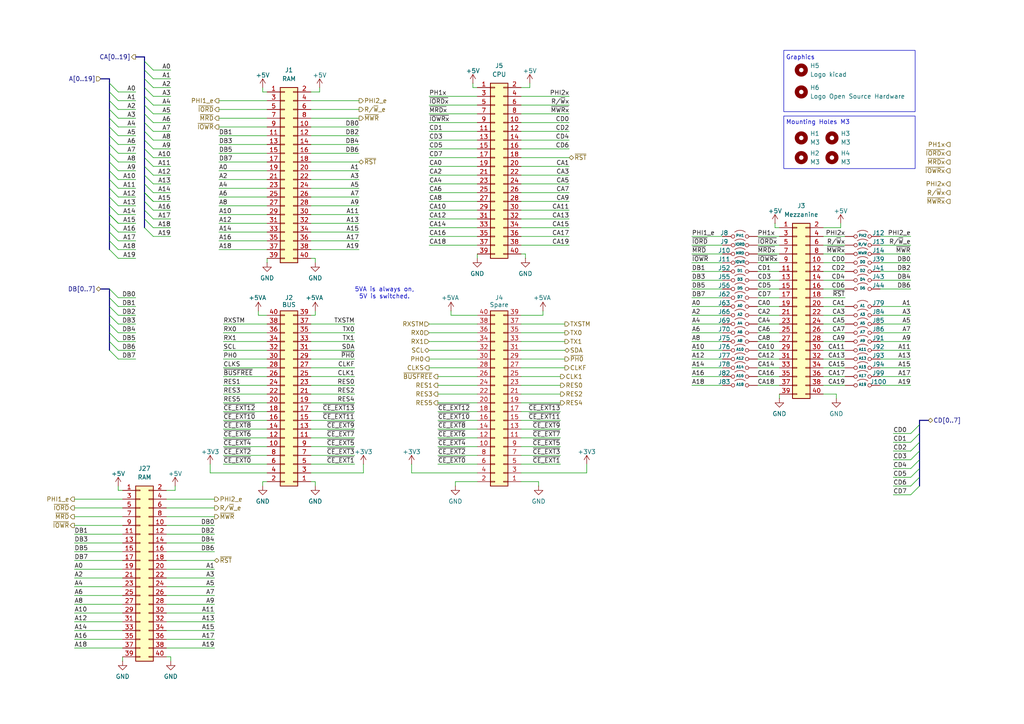
<source format=kicad_sch>
(kicad_sch (version 20231120) (generator "eeschema") (generator_version "8.0")
  (paper "A4")
  (title_block (title "Unicomp v3 - Bus") (date "2024-10-01") (rev "v1.0") (company "100% Offner") (comment 1 "v1.0: Initial"))
  (bus_entry (at 41.91 45.72) (size 2.54 2.54))
  (bus_entry (at 31.75 57.15) (size 2.54 2.54))
  (bus_entry (at 31.75 49.53) (size 2.54 2.54))
  (bus_entry (at 31.75 34.29) (size 2.54 2.54))
  (bus_entry (at 41.91 50.8) (size 2.54 2.54))
  (bus_entry (at 41.91 58.42) (size 2.54 2.54))
  (bus_entry (at 31.75 62.23) (size 2.54 2.54))
  (bus_entry (at 31.75 72.39) (size 2.54 2.54))
  (bus_entry (at 31.75 91.44) (size 2.54 2.54))
  (bus_entry (at 31.75 83.82) (size 2.54 2.54))
  (bus_entry (at 31.75 99.06) (size 2.54 2.54))
  (bus_entry (at 41.91 27.94) (size 2.54 2.54))
  (bus_entry (at 266.7 138.43) (size -2.54 2.54))
  (bus_entry (at 41.91 17.78) (size 2.54 2.54))
  (bus_entry (at 41.91 33.02) (size 2.54 2.54))
  (bus_entry (at 31.75 36.83) (size 2.54 2.54))
  (bus_entry (at 31.75 24.13) (size 2.54 2.54))
  (bus_entry (at 41.91 55.88) (size 2.54 2.54))
  (bus_entry (at 31.75 67.31) (size 2.54 2.54))
  (bus_entry (at 266.7 128.27) (size -2.54 2.54))
  (bus_entry (at 31.75 54.61) (size 2.54 2.54))
  (bus_entry (at 31.75 44.45) (size 2.54 2.54))
  (bus_entry (at 31.75 86.36) (size 2.54 2.54))
  (bus_entry (at 41.91 55.88) (size 2.54 2.54))
  (bus_entry (at 31.75 41.91) (size 2.54 2.54))
  (bus_entry (at 266.7 140.97) (size -2.54 2.54))
  (bus_entry (at 31.75 46.99) (size 2.54 2.54))
  (bus_entry (at 31.75 39.37) (size 2.54 2.54))
  (bus_entry (at 31.75 31.75) (size 2.54 2.54))
  (bus_entry (at 266.7 130.81) (size -2.54 2.54))
  (bus_entry (at 31.75 29.21) (size 2.54 2.54))
  (bus_entry (at 41.91 60.96) (size 2.54 2.54))
  (bus_entry (at 41.91 53.34) (size 2.54 2.54))
  (bus_entry (at 41.91 66.04) (size 2.54 2.54))
  (bus_entry (at 266.7 125.73) (size -2.54 2.54))
  (bus_entry (at 41.91 22.86) (size 2.54 2.54))
  (bus_entry (at 31.75 96.52) (size 2.54 2.54))
  (bus_entry (at 41.91 25.4) (size 2.54 2.54))
  (bus_entry (at 31.75 26.67) (size 2.54 2.54))
  (bus_entry (at 266.7 135.89) (size -2.54 2.54))
  (bus_entry (at 31.75 88.9) (size 2.54 2.54))
  (bus_entry (at 41.91 48.26) (size 2.54 2.54))
  (bus_entry (at 31.75 52.07) (size 2.54 2.54))
  (bus_entry (at 41.91 43.18) (size 2.54 2.54))
  (bus_entry (at 31.75 62.23) (size 2.54 2.54))
  (bus_entry (at 31.75 69.85) (size 2.54 2.54))
  (bus_entry (at 41.91 40.64) (size 2.54 2.54))
  (bus_entry (at 31.75 59.69) (size 2.54 2.54))
  (bus_entry (at 41.91 38.1) (size 2.54 2.54))
  (bus_entry (at 41.91 20.32) (size 2.54 2.54))
  (bus_entry (at 41.91 35.56) (size 2.54 2.54))
  (bus_entry (at 31.75 93.98) (size 2.54 2.54))
  (bus_entry (at 41.91 63.5) (size 2.54 2.54))
  (bus_entry (at 266.7 133.35) (size -2.54 2.54))
  (bus_entry (at 266.7 123.19) (size -2.54 2.54))
  (bus_entry (at 31.75 64.77) (size 2.54 2.54))
  (bus_entry (at 31.75 101.6) (size 2.54 2.54))
  (bus_entry (at 41.91 30.48) (size 2.54 2.54))
  (wire (pts (xy 219.71 76.2) (xy 226.06 76.2)))
  (wire (pts (xy 151.13 38.1) (xy 165.1 38.1)))
  (bus (pts (xy 41.91 40.64) (xy 41.91 38.1)))
  (wire (pts (xy 49.53 43.18) (xy 44.45 43.18)))
  (wire (pts (xy 137.16 25.4) (xy 138.43 25.4)))
  (wire (pts (xy 39.37 91.44) (xy 34.29 91.44)))
  (wire (pts (xy 219.71 81.28) (xy 226.06 81.28)))
  (wire (pts (xy 21.59 167.64) (xy 35.56 167.64)))
  (wire (pts (xy 124.46 40.64) (xy 138.43 40.64)))
  (bus (pts (xy 31.75 91.44) (xy 31.75 88.9)))
  (bus (pts (xy 266.7 123.19) (xy 266.7 125.73)))
  (wire (pts (xy 152.4 74.93) (xy 152.4 73.66)))
  (bus (pts (xy 41.91 30.48) (xy 41.91 27.94)))
  (wire (pts (xy 200.66 71.12) (xy 209.55 71.12)))
  (wire (pts (xy 200.66 88.9) (xy 209.55 88.9)))
  (wire (pts (xy 151.13 33.02) (xy 165.1 33.02)))
  (bus (pts (xy 41.91 48.26) (xy 41.91 45.72)))
  (bus (pts (xy 31.75 31.75) (xy 31.75 29.21)))
  (wire (pts (xy 91.44 74.93) (xy 90.17 74.93)))
  (wire (pts (xy 151.13 43.18) (xy 165.1 43.18)))
  (wire (pts (xy 151.13 116.84) (xy 162.56 116.84)))
  (wire (pts (xy 219.71 83.82) (xy 226.06 83.82)))
  (wire (pts (xy 63.5 29.21) (xy 77.47 29.21)))
  (wire (pts (xy 49.53 53.34) (xy 44.45 53.34)))
  (wire (pts (xy 238.76 96.52) (xy 245.11 96.52)))
  (wire (pts (xy 91.44 90.17) (xy 91.44 91.44)))
  (wire (pts (xy 156.21 139.7) (xy 151.13 139.7)))
  (wire (pts (xy 39.37 104.14) (xy 34.29 104.14)))
  (wire (pts (xy 21.59 147.32) (xy 35.56 147.32)))
  (wire (pts (xy 90.17 99.06) (xy 102.87 99.06)))
  (wire (pts (xy 48.26 177.8) (xy 62.23 177.8)))
  (wire (pts (xy 170.18 134.62) (xy 170.18 137.16)))
  (wire (pts (xy 219.71 78.74) (xy 226.06 78.74)))
  (bus (pts (xy 41.91 63.5) (xy 41.91 60.96)))
  (wire (pts (xy 63.5 64.77) (xy 77.47 64.77)))
  (wire (pts (xy 21.59 182.88) (xy 35.56 182.88)))
  (wire (pts (xy 130.81 90.17) (xy 130.81 91.44)))
  (wire (pts (xy 64.77 134.62) (xy 77.47 134.62)))
  (wire (pts (xy 238.76 104.14) (xy 245.11 104.14)))
  (wire (pts (xy 238.76 109.22) (xy 245.11 109.22)))
  (wire (pts (xy 49.53 40.64) (xy 44.45 40.64)))
  (wire (pts (xy 34.29 142.24) (xy 35.56 142.24)))
  (wire (pts (xy 49.53 33.02) (xy 44.45 33.02)))
  (wire (pts (xy 48.26 160.02) (xy 62.23 160.02)))
  (wire (pts (xy 64.77 121.92) (xy 77.47 121.92)))
  (wire (pts (xy 151.13 129.54) (xy 162.56 129.54)))
  (wire (pts (xy 50.8 140.97) (xy 50.8 142.24)))
  (wire (pts (xy 124.46 53.34) (xy 138.43 53.34)))
  (wire (pts (xy 127 111.76) (xy 138.43 111.76)))
  (wire (pts (xy 90.17 64.77) (xy 104.14 64.77)))
  (wire (pts (xy 124.46 35.56) (xy 138.43 35.56)))
  (wire (pts (xy 124.46 71.12) (xy 138.43 71.12)))
  (wire (pts (xy 243.84 66.04) (xy 238.76 66.04)))
  (wire (pts (xy 39.37 69.85) (xy 34.29 69.85)))
  (wire (pts (xy 91.44 76.2) (xy 91.44 74.93)))
  (wire (pts (xy 151.13 99.06) (xy 163.83 99.06)))
  (wire (pts (xy 90.17 59.69) (xy 104.14 59.69)))
  (bus (pts (xy 266.7 133.35) (xy 266.7 135.89)))
  (wire (pts (xy 21.59 185.42) (xy 35.56 185.42)))
  (wire (pts (xy 127 127) (xy 138.43 127)))
  (wire (pts (xy 200.66 111.76) (xy 209.55 111.76)))
  (bus (pts (xy 41.91 58.42) (xy 41.91 55.88)))
  (wire (pts (xy 48.26 167.64) (xy 62.23 167.64)))
  (wire (pts (xy 264.16 73.66) (xy 255.27 73.66)))
  (wire (pts (xy 130.81 91.44) (xy 138.43 91.44)))
  (wire (pts (xy 63.5 36.83) (xy 77.47 36.83)))
  (wire (pts (xy 151.13 58.42) (xy 165.1 58.42)))
  (wire (pts (xy 63.5 39.37) (xy 77.47 39.37)))
  (bus (pts (xy 41.91 38.1) (xy 41.91 35.56)))
  (bus (pts (xy 266.7 121.92) (xy 266.7 123.19)))
  (wire (pts (xy 90.17 116.84) (xy 102.87 116.84)))
  (bus (pts (xy 41.91 33.02) (xy 41.91 30.48)))
  (wire (pts (xy 157.48 90.17) (xy 157.48 91.44)))
  (wire (pts (xy 48.26 149.86) (xy 62.23 149.86)))
  (wire (pts (xy 219.71 109.22) (xy 226.06 109.22)))
  (wire (pts (xy 60.96 137.16) (xy 77.47 137.16)))
  (bus (pts (xy 41.91 45.72) (xy 41.91 43.18)))
  (bus (pts (xy 41.91 55.88) (xy 41.91 53.34)))
  (wire (pts (xy 242.57 115.57) (xy 242.57 114.3)))
  (wire (pts (xy 151.13 127) (xy 162.56 127)))
  (bus (pts (xy 31.75 99.06) (xy 31.75 96.52)))
  (wire (pts (xy 124.46 68.58) (xy 138.43 68.58)))
  (wire (pts (xy 153.67 24.13) (xy 153.67 25.4)))
  (wire (pts (xy 200.66 96.52) (xy 209.55 96.52)))
  (bus (pts (xy 31.75 88.9) (xy 31.75 86.36)))
  (wire (pts (xy 200.66 99.06) (xy 209.55 99.06)))
  (wire (pts (xy 219.71 86.36) (xy 226.06 86.36)))
  (wire (pts (xy 264.16 93.98) (xy 255.27 93.98)))
  (wire (pts (xy 76.2 25.4) (xy 76.2 26.67)))
  (wire (pts (xy 259.08 128.27) (xy 264.16 128.27)))
  (wire (pts (xy 48.26 157.48) (xy 62.23 157.48)))
  (wire (pts (xy 124.46 38.1) (xy 138.43 38.1)))
  (wire (pts (xy 151.13 40.64) (xy 165.1 40.64)))
  (wire (pts (xy 49.53 191.77) (xy 49.53 190.5)))
  (wire (pts (xy 264.16 91.44) (xy 255.27 91.44)))
  (wire (pts (xy 151.13 63.5) (xy 165.1 63.5)))
  (wire (pts (xy 39.37 36.83) (xy 34.29 36.83)))
  (wire (pts (xy 39.37 57.15) (xy 34.29 57.15)))
  (wire (pts (xy 74.93 91.44) (xy 77.47 91.44)))
  (bus (pts (xy 31.75 64.77) (xy 31.75 62.23)))
  (wire (pts (xy 39.37 62.23) (xy 34.29 62.23)))
  (wire (pts (xy 64.77 99.06) (xy 77.47 99.06)))
  (wire (pts (xy 243.84 64.77) (xy 243.84 66.04)))
  (wire (pts (xy 219.71 96.52) (xy 226.06 96.52)))
  (wire (pts (xy 39.37 52.07) (xy 34.29 52.07)))
  (wire (pts (xy 90.17 36.83) (xy 104.14 36.83)))
  (wire (pts (xy 200.66 109.22) (xy 209.55 109.22)))
  (wire (pts (xy 200.66 81.28) (xy 209.55 81.28)))
  (wire (pts (xy 259.08 135.89) (xy 264.16 135.89)))
  (wire (pts (xy 138.43 74.93) (xy 138.43 73.66)))
  (wire (pts (xy 39.37 49.53) (xy 34.29 49.53)))
  (bus (pts (xy 31.75 44.45) (xy 31.75 41.91)))
  (wire (pts (xy 92.71 25.4) (xy 92.71 26.67)))
  (bus (pts (xy 41.91 16.51) (xy 39.37 16.51)))
  (wire (pts (xy 48.26 170.18) (xy 62.23 170.18)))
  (wire (pts (xy 90.17 31.75) (xy 104.14 31.75)))
  (wire (pts (xy 21.59 180.34) (xy 35.56 180.34)))
  (wire (pts (xy 64.77 124.46) (xy 77.47 124.46)))
  (bus (pts (xy 31.75 86.36) (xy 31.75 83.82)))
  (wire (pts (xy 64.77 106.68) (xy 77.47 106.68)))
  (wire (pts (xy 39.37 88.9) (xy 34.29 88.9)))
  (wire (pts (xy 64.77 101.6) (xy 77.47 101.6)))
  (wire (pts (xy 151.13 27.94) (xy 165.1 27.94)))
  (wire (pts (xy 64.77 114.3) (xy 77.47 114.3)))
  (bus (pts (xy 31.75 69.85) (xy 31.75 67.31)))
  (wire (pts (xy 39.37 46.99) (xy 34.29 46.99)))
  (wire (pts (xy 219.71 99.06) (xy 226.06 99.06)))
  (wire (pts (xy 39.37 96.52) (xy 34.29 96.52)))
  (wire (pts (xy 64.77 129.54) (xy 77.47 129.54)))
  (wire (pts (xy 39.37 39.37) (xy 34.29 39.37)))
  (wire (pts (xy 264.16 104.14) (xy 255.27 104.14)))
  (wire (pts (xy 219.71 91.44) (xy 226.06 91.44)))
  (wire (pts (xy 39.37 34.29) (xy 34.29 34.29)))
  (wire (pts (xy 63.5 31.75) (xy 77.47 31.75)))
  (wire (pts (xy 48.26 144.78) (xy 62.23 144.78)))
  (bus (pts (xy 266.7 130.81) (xy 266.7 133.35)))
  (wire (pts (xy 127 116.84) (xy 138.43 116.84)))
  (wire (pts (xy 151.13 55.88) (xy 165.1 55.88)))
  (wire (pts (xy 151.13 124.46) (xy 162.56 124.46)))
  (wire (pts (xy 124.46 43.18) (xy 138.43 43.18)))
  (wire (pts (xy 224.79 66.04) (xy 226.06 66.04)))
  (wire (pts (xy 152.4 73.66) (xy 151.13 73.66)))
  (wire (pts (xy 151.13 101.6) (xy 163.83 101.6)))
  (wire (pts (xy 264.16 101.6) (xy 255.27 101.6)))
  (bus (pts (xy 31.75 39.37) (xy 31.75 36.83)))
  (wire (pts (xy 63.5 52.07) (xy 77.47 52.07)))
  (wire (pts (xy 48.26 175.26) (xy 62.23 175.26)))
  (wire (pts (xy 151.13 48.26) (xy 165.1 48.26)))
  (wire (pts (xy 90.17 134.62) (xy 102.87 134.62)))
  (bus (pts (xy 31.75 93.98) (xy 31.75 91.44)))
  (wire (pts (xy 39.37 44.45) (xy 34.29 44.45)))
  (wire (pts (xy 157.48 91.44) (xy 151.13 91.44)))
  (wire (pts (xy 21.59 170.18) (xy 35.56 170.18)))
  (wire (pts (xy 34.29 140.97) (xy 34.29 142.24)))
  (wire (pts (xy 127 114.3) (xy 138.43 114.3)))
  (wire (pts (xy 124.46 106.68) (xy 138.43 106.68)))
  (wire (pts (xy 77.47 76.2) (xy 77.47 74.93)))
  (wire (pts (xy 63.5 72.39) (xy 77.47 72.39)))
  (wire (pts (xy 151.13 109.22) (xy 162.56 109.22)))
  (wire (pts (xy 259.08 125.73) (xy 264.16 125.73)))
  (wire (pts (xy 90.17 69.85) (xy 104.14 69.85)))
  (wire (pts (xy 63.5 62.23) (xy 77.47 62.23)))
  (wire (pts (xy 127 119.38) (xy 138.43 119.38)))
  (wire (pts (xy 200.66 73.66) (xy 209.55 73.66)))
  (wire (pts (xy 63.5 59.69) (xy 77.47 59.69)))
  (wire (pts (xy 50.8 142.24) (xy 48.26 142.24)))
  (wire (pts (xy 219.71 73.66) (xy 226.06 73.66)))
  (wire (pts (xy 49.53 20.32) (xy 44.45 20.32)))
  (wire (pts (xy 151.13 50.8) (xy 165.1 50.8)))
  (wire (pts (xy 264.16 111.76) (xy 255.27 111.76)))
  (wire (pts (xy 90.17 57.15) (xy 104.14 57.15)))
  (wire (pts (xy 49.53 66.04) (xy 44.45 66.04)))
  (wire (pts (xy 91.44 91.44) (xy 90.17 91.44)))
  (wire (pts (xy 124.46 45.72) (xy 138.43 45.72)))
  (wire (pts (xy 151.13 30.48) (xy 165.1 30.48)))
  (wire (pts (xy 151.13 68.58) (xy 165.1 68.58)))
  (wire (pts (xy 219.71 101.6) (xy 226.06 101.6)))
  (bus (pts (xy 31.75 52.07) (xy 31.75 49.53)))
  (wire (pts (xy 49.53 25.4) (xy 44.45 25.4)))
  (wire (pts (xy 48.26 182.88) (xy 62.23 182.88)))
  (bus (pts (xy 31.75 54.61) (xy 31.75 52.07)))
  (wire (pts (xy 39.37 64.77) (xy 34.29 64.77)))
  (bus (pts (xy 41.91 35.56) (xy 41.91 33.02)))
  (wire (pts (xy 238.76 101.6) (xy 245.11 101.6)))
  (bus (pts (xy 31.75 72.39) (xy 31.75 69.85)))
  (wire (pts (xy 124.46 48.26) (xy 138.43 48.26)))
  (wire (pts (xy 238.76 106.68) (xy 245.11 106.68)))
  (wire (pts (xy 219.71 68.58) (xy 226.06 68.58)))
  (wire (pts (xy 151.13 132.08) (xy 162.56 132.08)))
  (wire (pts (xy 119.38 137.16) (xy 138.43 137.16)))
  (wire (pts (xy 151.13 96.52) (xy 163.83 96.52)))
  (wire (pts (xy 63.5 54.61) (xy 77.47 54.61)))
  (bus (pts (xy 31.75 49.53) (xy 31.75 46.99)))
  (wire (pts (xy 200.66 78.74) (xy 209.55 78.74)))
  (wire (pts (xy 76.2 140.97) (xy 76.2 139.7)))
  (wire (pts (xy 156.21 140.97) (xy 156.21 139.7)))
  (wire (pts (xy 39.37 99.06) (xy 34.29 99.06)))
  (wire (pts (xy 264.16 68.58) (xy 255.27 68.58)))
  (wire (pts (xy 91.44 140.97) (xy 91.44 139.7)))
  (bus (pts (xy 31.75 29.21) (xy 31.75 26.67)))
  (wire (pts (xy 219.71 106.68) (xy 226.06 106.68)))
  (wire (pts (xy 238.76 88.9) (xy 245.11 88.9)))
  (wire (pts (xy 39.37 86.36) (xy 34.29 86.36)))
  (bus (pts (xy 31.75 83.82) (xy 29.21 83.82)))
  (wire (pts (xy 127 121.92) (xy 138.43 121.92)))
  (wire (pts (xy 127 129.54) (xy 138.43 129.54)))
  (wire (pts (xy 48.26 180.34) (xy 62.23 180.34)))
  (wire (pts (xy 21.59 157.48) (xy 35.56 157.48)))
  (wire (pts (xy 264.16 71.12) (xy 255.27 71.12)))
  (bus (pts (xy 266.7 125.73) (xy 266.7 128.27)))
  (wire (pts (xy 63.5 34.29) (xy 77.47 34.29)))
  (wire (pts (xy 238.76 73.66) (xy 245.11 73.66)))
  (wire (pts (xy 200.66 91.44) (xy 209.55 91.44)))
  (wire (pts (xy 124.46 66.04) (xy 138.43 66.04)))
  (wire (pts (xy 151.13 66.04) (xy 165.1 66.04)))
  (wire (pts (xy 264.16 96.52) (xy 255.27 96.52)))
  (wire (pts (xy 63.5 46.99) (xy 77.47 46.99)))
  (wire (pts (xy 90.17 106.68) (xy 102.87 106.68)))
  (wire (pts (xy 238.76 68.58) (xy 245.11 68.58)))
  (wire (pts (xy 124.46 60.96) (xy 138.43 60.96)))
  (wire (pts (xy 76.2 26.67) (xy 77.47 26.67)))
  (wire (pts (xy 90.17 114.3) (xy 102.87 114.3)))
  (wire (pts (xy 226.06 115.57) (xy 226.06 114.3)))
  (wire (pts (xy 219.71 111.76) (xy 226.06 111.76)))
  (wire (pts (xy 264.16 99.06) (xy 255.27 99.06)))
  (wire (pts (xy 74.93 90.17) (xy 74.93 91.44)))
  (wire (pts (xy 64.77 109.22) (xy 77.47 109.22)))
  (wire (pts (xy 39.37 74.93) (xy 34.29 74.93)))
  (wire (pts (xy 21.59 177.8) (xy 35.56 177.8)))
  (wire (pts (xy 264.16 88.9) (xy 255.27 88.9)))
  (wire (pts (xy 90.17 104.14) (xy 102.87 104.14)))
  (wire (pts (xy 90.17 44.45) (xy 104.14 44.45)))
  (wire (pts (xy 64.77 111.76) (xy 77.47 111.76)))
  (wire (pts (xy 238.76 93.98) (xy 245.11 93.98)))
  (bus (pts (xy 266.7 128.27) (xy 266.7 130.81)))
  (wire (pts (xy 153.67 25.4) (xy 151.13 25.4)))
  (wire (pts (xy 49.53 68.58) (xy 44.45 68.58)))
  (wire (pts (xy 124.46 101.6) (xy 138.43 101.6)))
  (wire (pts (xy 200.66 104.14) (xy 209.55 104.14)))
  (bus (pts (xy 31.75 57.15) (xy 31.75 54.61)))
  (wire (pts (xy 49.53 22.86) (xy 44.45 22.86)))
  (wire (pts (xy 21.59 152.4) (xy 35.56 152.4)))
  (wire (pts (xy 21.59 187.96) (xy 35.56 187.96)))
  (wire (pts (xy 151.13 93.98) (xy 163.83 93.98)))
  (wire (pts (xy 63.5 69.85) (xy 77.47 69.85)))
  (wire (pts (xy 64.77 93.98) (xy 77.47 93.98)))
  (wire (pts (xy 39.37 31.75) (xy 34.29 31.75)))
  (bus (pts (xy 41.91 22.86) (xy 41.91 20.32)))
  (wire (pts (xy 264.16 83.82) (xy 255.27 83.82)))
  (wire (pts (xy 49.53 190.5) (xy 48.26 190.5)))
  (wire (pts (xy 90.17 62.23) (xy 104.14 62.23)))
  (wire (pts (xy 124.46 96.52) (xy 138.43 96.52)))
  (wire (pts (xy 21.59 165.1) (xy 35.56 165.1)))
  (wire (pts (xy 127 124.46) (xy 138.43 124.46)))
  (wire (pts (xy 137.16 24.13) (xy 137.16 25.4)))
  (wire (pts (xy 90.17 49.53) (xy 104.14 49.53)))
  (wire (pts (xy 151.13 35.56) (xy 165.1 35.56)))
  (bus (pts (xy 31.75 46.99) (xy 31.75 44.45)))
  (wire (pts (xy 64.77 96.52) (xy 77.47 96.52)))
  (wire (pts (xy 124.46 104.14) (xy 138.43 104.14)))
  (wire (pts (xy 90.17 127) (xy 102.87 127)))
  (wire (pts (xy 21.59 154.94) (xy 35.56 154.94)))
  (wire (pts (xy 92.71 26.67) (xy 90.17 26.67)))
  (wire (pts (xy 76.2 139.7) (xy 77.47 139.7)))
  (wire (pts (xy 124.46 99.06) (xy 138.43 99.06)))
  (wire (pts (xy 49.53 50.8) (xy 44.45 50.8)))
  (wire (pts (xy 264.16 109.22) (xy 255.27 109.22)))
  (bus (pts (xy 41.91 60.96) (xy 41.91 58.42)))
  (wire (pts (xy 238.76 83.82) (xy 245.11 83.82)))
  (bus (pts (xy 41.91 25.4) (xy 41.91 22.86)))
  (wire (pts (xy 49.53 38.1) (xy 44.45 38.1)))
  (wire (pts (xy 238.76 99.06) (xy 245.11 99.06)))
  (wire (pts (xy 264.16 81.28) (xy 255.27 81.28)))
  (wire (pts (xy 124.46 30.48) (xy 138.43 30.48)))
  (wire (pts (xy 49.53 58.42) (xy 44.45 58.42)))
  (wire (pts (xy 219.71 93.98) (xy 226.06 93.98)))
  (wire (pts (xy 21.59 172.72) (xy 35.56 172.72)))
  (wire (pts (xy 200.66 93.98) (xy 209.55 93.98)))
  (wire (pts (xy 21.59 175.26) (xy 35.56 175.26)))
  (wire (pts (xy 124.46 27.94) (xy 138.43 27.94)))
  (wire (pts (xy 49.53 45.72) (xy 44.45 45.72)))
  (bus (pts (xy 269.24 121.92) (xy 266.7 121.92)))
  (wire (pts (xy 63.5 67.31) (xy 77.47 67.31)))
  (wire (pts (xy 151.13 71.12) (xy 165.1 71.12)))
  (wire (pts (xy 127 132.08) (xy 138.43 132.08)))
  (wire (pts (xy 90.17 119.38) (xy 102.87 119.38)))
  (wire (pts (xy 63.5 41.91) (xy 77.47 41.91)))
  (wire (pts (xy 39.37 59.69) (xy 34.29 59.69)))
  (wire (pts (xy 63.5 44.45) (xy 77.47 44.45)))
  (wire (pts (xy 60.96 134.62) (xy 60.96 137.16)))
  (wire (pts (xy 124.46 55.88) (xy 138.43 55.88)))
  (wire (pts (xy 151.13 119.38) (xy 162.56 119.38)))
  (wire (pts (xy 64.77 116.84) (xy 77.47 116.84)))
  (wire (pts (xy 48.26 147.32) (xy 62.23 147.32)))
  (wire (pts (xy 48.26 172.72) (xy 62.23 172.72)))
  (wire (pts (xy 259.08 138.43) (xy 264.16 138.43)))
  (wire (pts (xy 90.17 129.54) (xy 102.87 129.54)))
  (wire (pts (xy 127 134.62) (xy 138.43 134.62)))
  (wire (pts (xy 39.37 93.98) (xy 34.29 93.98)))
  (wire (pts (xy 259.08 130.81) (xy 264.16 130.81)))
  (wire (pts (xy 64.77 127) (xy 77.47 127)))
  (wire (pts (xy 39.37 101.6) (xy 34.29 101.6)))
  (wire (pts (xy 64.77 119.38) (xy 77.47 119.38)))
  (wire (pts (xy 238.76 71.12) (xy 245.11 71.12)))
  (bus (pts (xy 31.75 36.83) (xy 31.75 34.29)))
  (wire (pts (xy 264.16 78.74) (xy 255.27 78.74)))
  (wire (pts (xy 151.13 111.76) (xy 162.56 111.76)))
  (wire (pts (xy 90.17 41.91) (xy 104.14 41.91)))
  (wire (pts (xy 151.13 137.16) (xy 170.18 137.16)))
  (wire (pts (xy 63.5 57.15) (xy 77.47 57.15)))
  (wire (pts (xy 242.57 114.3) (xy 238.76 114.3)))
  (wire (pts (xy 90.17 39.37) (xy 104.14 39.37)))
  (wire (pts (xy 119.38 134.62) (xy 119.38 137.16)))
  (bus (pts (xy 41.91 17.78) (xy 41.91 16.51)))
  (wire (pts (xy 90.17 34.29) (xy 104.14 34.29)))
  (wire (pts (xy 39.37 41.91) (xy 34.29 41.91)))
  (wire (pts (xy 48.26 165.1) (xy 62.23 165.1)))
  (wire (pts (xy 124.46 50.8) (xy 138.43 50.8)))
  (wire (pts (xy 132.08 139.7) (xy 138.43 139.7)))
  (wire (pts (xy 219.71 104.14) (xy 226.06 104.14)))
  (bus (pts (xy 266.7 135.89) (xy 266.7 138.43)))
  (wire (pts (xy 39.37 29.21) (xy 34.29 29.21)))
  (wire (pts (xy 124.46 63.5) (xy 138.43 63.5)))
  (wire (pts (xy 35.56 191.77) (xy 35.56 190.5)))
  (wire (pts (xy 90.17 93.98) (xy 102.87 93.98)))
  (wire (pts (xy 151.13 53.34) (xy 165.1 53.34)))
  (wire (pts (xy 21.59 144.78) (xy 35.56 144.78)))
  (wire (pts (xy 48.26 185.42) (xy 62.23 185.42)))
  (wire (pts (xy 238.76 81.28) (xy 245.11 81.28)))
  (wire (pts (xy 238.76 86.36) (xy 245.11 86.36)))
  (wire (pts (xy 48.26 152.4) (xy 62.23 152.4)))
  (bus (pts (xy 266.7 138.43) (xy 266.7 140.97)))
  (wire (pts (xy 259.08 140.97) (xy 264.16 140.97)))
  (wire (pts (xy 259.08 143.51) (xy 264.16 143.51)))
  (wire (pts (xy 151.13 60.96) (xy 165.1 60.96)))
  (bus (pts (xy 31.75 59.69) (xy 31.75 57.15)))
  (wire (pts (xy 90.17 101.6) (xy 102.87 101.6)))
  (wire (pts (xy 49.53 30.48) (xy 44.45 30.48)))
  (wire (pts (xy 90.17 124.46) (xy 102.87 124.46)))
  (bus (pts (xy 31.75 41.91) (xy 31.75 39.37)))
  (wire (pts (xy 90.17 109.22) (xy 102.87 109.22)))
  (wire (pts (xy 151.13 104.14) (xy 163.83 104.14)))
  (wire (pts (xy 21.59 160.02) (xy 35.56 160.02)))
  (wire (pts (xy 21.59 162.56) (xy 35.56 162.56)))
  (wire (pts (xy 49.53 48.26) (xy 44.45 48.26)))
  (wire (pts (xy 264.16 76.2) (xy 255.27 76.2)))
  (bus (pts (xy 31.75 26.67) (xy 31.75 24.13)))
  (wire (pts (xy 64.77 132.08) (xy 77.47 132.08)))
  (bus (pts (xy 41.91 43.18) (xy 41.91 40.64)))
  (bus (pts (xy 31.75 62.23) (xy 31.75 59.69)))
  (wire (pts (xy 200.66 86.36) (xy 209.55 86.36)))
  (wire (pts (xy 39.37 72.39) (xy 34.29 72.39)))
  (wire (pts (xy 90.17 111.76) (xy 102.87 111.76)))
  (wire (pts (xy 39.37 67.31) (xy 34.29 67.31)))
  (bus (pts (xy 31.75 24.13) (xy 31.75 22.86)))
  (wire (pts (xy 49.53 35.56) (xy 44.45 35.56)))
  (wire (pts (xy 224.79 64.77) (xy 224.79 66.04)))
  (wire (pts (xy 90.17 121.92) (xy 102.87 121.92)))
  (wire (pts (xy 90.17 137.16) (xy 105.41 137.16)))
  (bus (pts (xy 41.91 27.94) (xy 41.91 25.4)))
  (bus (pts (xy 31.75 96.52) (xy 31.75 93.98)))
  (wire (pts (xy 90.17 67.31) (xy 104.14 67.31)))
  (bus (pts (xy 41.91 50.8) (xy 41.91 48.26)))
  (wire (pts (xy 63.5 49.53) (xy 77.47 49.53)))
  (wire (pts (xy 151.13 45.72) (xy 165.1 45.72)))
  (wire (pts (xy 219.71 71.12) (xy 226.06 71.12)))
  (wire (pts (xy 49.53 63.5) (xy 44.45 63.5)))
  (wire (pts (xy 90.17 29.21) (xy 104.14 29.21)))
  (wire (pts (xy 259.08 133.35) (xy 264.16 133.35)))
  (wire (pts (xy 48.26 154.94) (xy 62.23 154.94)))
  (wire (pts (xy 49.53 55.88) (xy 44.45 55.88)))
  (wire (pts (xy 90.17 52.07) (xy 104.14 52.07)))
  (wire (pts (xy 200.66 83.82) (xy 209.55 83.82)))
  (wire (pts (xy 90.17 54.61) (xy 104.14 54.61)))
  (wire (pts (xy 49.53 60.96) (xy 44.45 60.96)))
  (wire (pts (xy 219.71 88.9) (xy 226.06 88.9)))
  (wire (pts (xy 39.37 26.67) (xy 34.29 26.67)))
  (wire (pts (xy 200.66 68.58) (xy 209.55 68.58)))
  (wire (pts (xy 238.76 111.76) (xy 245.11 111.76)))
  (bus (pts (xy 31.75 101.6) (xy 31.75 99.06)))
  (wire (pts (xy 90.17 72.39) (xy 104.14 72.39)))
  (wire (pts (xy 151.13 121.92) (xy 162.56 121.92)))
  (wire (pts (xy 151.13 134.62) (xy 162.56 134.62)))
  (wire (pts (xy 151.13 114.3) (xy 162.56 114.3)))
  (bus (pts (xy 41.91 66.04) (xy 41.91 63.5)))
  (wire (pts (xy 49.53 27.94) (xy 44.45 27.94)))
  (wire (pts (xy 200.66 76.2) (xy 209.55 76.2)))
  (bus (pts (xy 41.91 53.34) (xy 41.91 50.8)))
  (bus (pts (xy 31.75 67.31) (xy 31.75 64.77)))
  (bus (pts (xy 41.91 20.32) (xy 41.91 17.78)))
  (wire (pts (xy 238.76 78.74) (xy 245.11 78.74)))
  (wire (pts (xy 264.16 106.68) (xy 255.27 106.68)))
  (wire (pts (xy 238.76 91.44) (xy 245.11 91.44)))
  (wire (pts (xy 124.46 33.02) (xy 138.43 33.02)))
  (wire (pts (xy 90.17 132.08) (xy 102.87 132.08)))
  (wire (pts (xy 127 109.22) (xy 138.43 109.22)))
  (wire (pts (xy 105.41 134.62) (xy 105.41 137.16)))
  (wire (pts (xy 48.26 187.96) (xy 62.23 187.96)))
  (wire (pts (xy 91.44 139.7) (xy 90.17 139.7)))
  (wire (pts (xy 124.46 58.42) (xy 138.43 58.42)))
  (wire (pts (xy 21.59 149.86) (xy 35.56 149.86)))
  (wire (pts (xy 151.13 106.68) (xy 163.83 106.68)))
  (wire (pts (xy 90.17 46.99) (xy 104.14 46.99)))
  (bus (pts (xy 31.75 22.86) (xy 29.21 22.86)))
  (wire (pts (xy 238.76 76.2) (xy 245.11 76.2)))
  (wire (pts (xy 200.66 106.68) (xy 209.55 106.68)))
  (wire (pts (xy 132.08 140.97) (xy 132.08 139.7)))
  (wire (pts (xy 90.17 96.52) (xy 102.87 96.52)))
  (wire (pts (xy 48.26 162.56) (xy 62.23 162.56)))
  (wire (pts (xy 39.37 54.61) (xy 34.29 54.61)))
  (wire (pts (xy 200.66 101.6) (xy 209.55 101.6)))
  (wire (pts (xy 124.46 93.98) (xy 138.43 93.98)))
  (bus (pts (xy 31.75 34.29) (xy 31.75 31.75)))
  (wire (pts (xy 64.77 104.14) (xy 77.47 104.14)))
  (rectangle (start 227.33 33.655) (end 265.43 48.895))
  (rectangle (start 227.33 14.605) (end 265.43 32.385))
  (text "Graphics" (at 232.156 16.764 0) (effects (font (size 1.27 1.27))))
  (text "5VA is always on,\n5V is switched." (at 111.506 85.09 0) (effects (font (size 1.27 1.27))))
  (text "Mounting Holes M3" (at 237.236 35.56 0) (effects (font (size 1.27 1.27))))
  (label "CA11" (at 165.1 60.96 180))
  (label "A18" (at 49.53 66.04 180))
  (label "DB7" (at 63.5 46.99 0))
  (label "A19" (at 62.23 187.96 180))
  (label "~{CE_EXT8}" (at 64.77 124.46 0))
  (label "~{CE_EXT1}" (at 102.87 134.62 180))
  (label "PH1x" (at 219.71 68.58 0))
  (label "DB1" (at 200.66 78.74 0))
  (label "A1" (at 264.16 88.9 180))
  (label "CA19" (at 245.11 111.76 180))
  (label "CA8" (at 124.46 58.42 0))
  (label "~{CE_EXT6}" (at 64.77 127 0))
  (label "CA15" (at 245.11 106.68 180))
  (label "A0" (at 39.37 26.67 180))
  (label "RX1" (at 64.77 99.06 0))
  (label "~{IORDx}" (at 219.71 71.12 0))
  (label "A17" (at 39.37 69.85 180))
  (label "CD5" (at 259.08 138.43 0))
  (label "A13" (at 264.16 104.14 180))
  (label "A17" (at 104.14 69.85 180))
  (label "A0" (at 63.5 49.53 0))
  (label "A2" (at 21.59 167.64 0))
  (label "A17" (at 264.16 109.22 180))
  (label "CA4" (at 124.46 53.34 0))
  (label "~{CE_EXT5}" (at 162.56 129.54 180))
  (label "~{CE_EXT1}" (at 162.56 134.62 180))
  (label "DB1" (at 21.59 154.94 0))
  (label "DB4" (at 39.37 96.52 180))
  (label "A8" (at 200.66 99.06 0))
  (label "CA9" (at 165.1 58.42 180))
  (label "A6" (at 63.5 57.15 0))
  (label "A15" (at 264.16 106.68 180))
  (label "DB0" (at 39.37 86.36 180))
  (label "A16" (at 200.66 109.22 0))
  (label "A9" (at 264.16 99.06 180))
  (label "A18" (at 63.5 72.39 0))
  (label "CA1" (at 165.1 48.26 180))
  (label "CD2" (at 165.1 38.1 180))
  (label "DB7" (at 39.37 104.14 180))
  (label "CD2" (at 259.08 130.81 0))
  (label "A6" (at 49.53 35.56 180))
  (label "DB5" (at 39.37 99.06 180))
  (label "CA7" (at 245.11 96.52 180))
  (label "CA17" (at 245.11 109.22 180))
  (label "CD3" (at 259.08 133.35 0))
  (label "CD7" (at 219.71 86.36 0))
  (label "RES5" (at 64.77 116.84 0))
  (label "~{CE_EXT8}" (at 127 124.46 0))
  (label "CD4" (at 165.1 40.64 180))
  (label "CA11" (at 245.11 101.6 180))
  (label "CD6" (at 245.11 83.82 180))
  (label "~{CE_EXT13}" (at 102.87 119.38 180))
  (label "R{slash}~{W}x" (at 165.1 30.48 180))
  (label "A13" (at 104.14 64.77 180))
  (label "DB3" (at 39.37 93.98 180))
  (label "CA0" (at 219.71 88.9 0))
  (label "CD0" (at 259.08 125.73 0))
  (label "A16" (at 63.5 69.85 0))
  (label "A5" (at 39.37 39.37 180))
  (label "A15" (at 39.37 64.77 180))
  (label "DB2" (at 39.37 91.44 180))
  (label "A9" (at 39.37 49.53 180))
  (label "~{CE_EXT4}" (at 64.77 129.54 0))
  (label "CA4" (at 219.71 93.98 0))
  (label "A4" (at 49.53 30.48 180))
  (label "CD0" (at 165.1 35.56 180))
  (label "~{CE_EXT13}" (at 162.56 119.38 180))
  (label "A5" (at 104.14 54.61 180))
  (label "A12" (at 63.5 64.77 0))
  (label "DB2" (at 104.14 39.37 180))
  (label "A8" (at 63.5 59.69 0))
  (label "CLK1" (at 102.87 109.22 180))
  (label "DB5" (at 21.59 160.02 0))
  (label "~{CE_EXT5}" (at 102.87 129.54 180))
  (label "SDA" (at 102.87 101.6 180))
  (label "CA14" (at 124.46 66.04 0))
  (label "CA13" (at 165.1 63.5 180))
  (label "~{MWRx}" (at 165.1 33.02 180))
  (label "DB6" (at 264.16 83.82 180))
  (label "A11" (at 39.37 54.61 180))
  (label "A16" (at 21.59 185.42 0))
  (label "CD7" (at 259.08 143.51 0))
  (label "A4" (at 21.59 170.18 0))
  (label "A18" (at 200.66 111.76 0))
  (label "A0" (at 21.59 165.1 0))
  (label "CLKF" (at 102.87 106.68 180))
  (label "A10" (at 49.53 45.72 180))
  (label "A2" (at 63.5 52.07 0))
  (label "A3" (at 62.23 167.64 180))
  (label "~{CE_EXT6}" (at 127 127 0))
  (label "CD1" (at 259.08 128.27 0))
  (label "CA0" (at 124.46 48.26 0))
  (label "CA5" (at 245.11 93.98 180))
  (label "CA15" (at 165.1 66.04 180))
  (label "DB6" (at 39.37 101.6 180))
  (label "A11" (at 104.14 62.23 180))
  (label "~{IOWRx}" (at 124.46 35.56 0))
  (label "~{CE_EXT0}" (at 127 134.62 0))
  (label "A7" (at 104.14 57.15 180))
  (label "A0" (at 200.66 88.9 0))
  (label "A10" (at 39.37 52.07 180))
  (label "A17" (at 62.23 185.42 180))
  (label "DB4" (at 264.16 81.28 180))
  (label "DB0" (at 62.23 152.4 180))
  (label "CA16" (at 219.71 109.22 0))
  (label "CD1" (at 124.46 38.1 0))
  (label "CA9" (at 245.11 99.06 180))
  (label "A8" (at 49.53 40.64 180))
  (label "A5" (at 62.23 170.18 180))
  (label "~{CE_EXT12}" (at 127 119.38 0))
  (label "~{CE_EXT0}" (at 64.77 134.62 0))
  (label "A10" (at 200.66 101.6 0))
  (label "CD6" (at 165.1 43.18 180))
  (label "~{IORD}" (at 200.66 71.12 0))
  (label "CA3" (at 245.11 91.44 180))
  (label "CA18" (at 124.46 71.12 0))
  (label "A17" (at 49.53 63.5 180))
  (label "CA2" (at 219.71 91.44 0))
  (label "A11" (at 49.53 48.26 180))
  (label "~{CE_EXT7}" (at 102.87 127 180))
  (label "RES4" (at 102.87 116.84 180))
  (label "A14" (at 21.59 182.88 0))
  (label "A10" (at 21.59 177.8 0))
  (label "A6" (at 200.66 96.52 0))
  (label "A15" (at 62.23 182.88 180))
  (label "A12" (at 49.53 50.8 180))
  (label "~{CE_EXT3}" (at 102.87 132.08 180))
  (label "A7" (at 39.37 44.45 180))
  (label "DB2" (at 62.23 154.94 180))
  (label "~{IORDx}" (at 124.46 30.48 0))
  (label "A15" (at 104.14 67.31 180))
  (label "A19" (at 49.53 68.58 180))
  (label "PH0" (at 64.77 104.14 0))
  (label "TX0" (at 102.87 96.52 180))
  (label "~{MWR}" (at 264.16 73.66 180))
  (label "A19" (at 104.14 72.39 180))
  (label "DB7" (at 200.66 86.36 0))
  (label "A13" (at 62.23 180.34 180))
  (label "DB3" (at 63.5 41.91 0))
  (label "CA2" (at 124.46 50.8 0))
  (label "RES1" (at 64.77 111.76 0))
  (label "A0" (at 49.53 20.32 180))
  (label "A9" (at 49.53 43.18 180))
  (label "CD4" (at 245.11 81.28 180))
  (label "DB1" (at 39.37 88.9 180))
  (label "PHI2x" (at 165.1 27.94 180))
  (label "A19" (at 264.16 111.76 180))
  (label "A3" (at 39.37 34.29 180))
  (label "CD0" (at 245.11 76.2 180))
  (label "A14" (at 63.5 67.31 0))
  (label "CA10" (at 219.71 101.6 0))
  (label "A14" (at 49.53 55.88 180))
  (label "~{RST}" (at 245.11 86.36 180))
  (label "A11" (at 264.16 101.6 180))
  (label "CA17" (at 165.1 68.58 180))
  (label "CD1" (at 219.71 78.74 0))
  (label "DB4" (at 104.14 41.91 180))
  (label "A12" (at 39.37 57.15 180))
  (label "~{CE_EXT2}" (at 127 132.08 0))
  (label "CD4" (at 259.08 135.89 0))
  (label "CD3" (at 124.46 40.64 0))
  (label "CD5" (at 124.46 43.18 0))
  (label "~{BUSFREE}" (at 64.77 109.22 0))
  (label "CD5" (at 219.71 83.82 0))
  (label "CA8" (at 219.71 99.06 0))
  (label "~{IOWR}" (at 200.66 76.2 0))
  (label "A4" (at 39.37 36.83 180))
  (label "DB6" (at 62.23 160.02 180))
  (label "CA5" (at 165.1 53.34 180))
  (label "~{CE_EXT9}" (at 162.56 124.46 180))
  (label "A10" (at 63.5 62.23 0))
  (label "A14" (at 39.37 62.23 180))
  (label "~{CE_EXT10}" (at 127 121.92 0))
  (label "A12" (at 21.59 180.34 0))
  (label "DB6" (at 104.14 44.45 180))
  (label "A2" (at 39.37 31.75 180))
  (label "DB5" (at 63.5 44.45 0))
  (label "R{slash}~{W}_e" (at 264.16 71.12 180))
  (label "CD2" (at 245.11 78.74 180))
  (label "A1" (at 49.53 22.86 180))
  (label "CLKS" (at 64.77 106.68 0))
  (label "PHI2_e" (at 264.16 68.58 180))
  (label "A2" (at 49.53 25.4 180))
  (label "DB1" (at 63.5 39.37 0))
  (label "A9" (at 62.23 175.26 180))
  (label "A16" (at 49.53 60.96 180))
  (label "DB3" (at 21.59 157.48 0))
  (label "CA6" (at 219.71 96.52 0))
  (label "A7" (at 62.23 172.72 180))
  (label "A15" (at 49.53 58.42 180))
  (label "DB2" (at 264.16 78.74 180))
  (label "A7" (at 264.16 96.52 180))
  (label "~{MRDx}" (at 124.46 33.02 0))
  (label "A13" (at 39.37 59.69 180))
  (label "A6" (at 21.59 172.72 0))
  (label "CA14" (at 219.71 106.68 0))
  (label "A1" (at 62.23 165.1 180))
  (label "RES2" (at 102.87 114.3 180))
  (label "A18" (at 39.37 72.39 180))
  (label "CA12" (at 124.46 63.5 0))
  (label "~{IOWRx}" (at 219.71 76.2 0))
  (label "R{slash}~{W}x" (at 245.11 71.12 180))
  (label "CA13" (at 245.11 104.14 180))
  (label "~{CE_EXT7}" (at 162.56 127 180))
  (label "PH1x" (at 124.46 27.94 0))
  (label "DB0" (at 264.16 76.2 180))
  (label "~{CE_EXT10}" (at 64.77 121.92 0))
  (label "A5" (at 49.53 33.02 180))
  (label "~{CE_EXT11}" (at 162.56 121.92 180))
  (label "A1" (at 104.14 49.53 180))
  (label "CA16" (at 124.46 68.58 0))
  (label "A5" (at 264.16 93.98 180))
  (label "A3" (at 264.16 91.44 180))
  (label "~{CE_EXT11}" (at 102.87 121.92 180))
  (label "TXSTM" (at 102.87 93.98 180))
  (label "CA12" (at 219.71 104.14 0))
  (label "~{CE_EXT2}" (at 64.77 132.08 0))
  (label "A3" (at 104.14 52.07 180))
  (label "~{CE_EXT12}" (at 64.77 119.38 0))
  (label "A4" (at 63.5 54.61 0))
  (label "CD3" (at 219.71 81.28 0))
  (label "~{CE_EXT3}" (at 162.56 132.08 180))
  (label "TX1" (at 102.87 99.06 180))
  (label "SCL" (at 64.77 101.6 0))
  (label "CA10" (at 124.46 60.96 0))
  (label "A9" (at 104.14 59.69 180))
  (label "CA19" (at 165.1 71.12 180))
  (label "A6" (at 39.37 41.91 180))
  (label "A11" (at 62.23 177.8 180))
  (label "CA7" (at 165.1 55.88 180))
  (label "CD7" (at 124.46 45.72 0))
  (label "A14" (at 200.66 106.68 0))
  (label "CA18" (at 219.71 111.76 0))
  (label "RXSTM" (at 64.77 93.98 0))
  (label "~{PH0}" (at 102.87 104.14 180))
  (label "DB3" (at 200.66 81.28 0))
  (label "CA3" (at 165.1 50.8 180))
  (label "DB0" (at 104.14 36.83 180))
  (label "RX0" (at 64.77 96.52 0))
  (label "~{MRD}" (at 200.66 73.66 0))
  (label "DB7" (at 21.59 162.56 0))
  (label "CD6" (at 259.08 140.97 0))
  (label "RES3" (at 64.77 114.3 0))
  (label "DB4" (at 62.23 157.48 180))
  (label "A19" (at 39.37 74.93 180))
  (label "A7" (at 49.53 38.1 180))
  (label "A18" (at 21.59 187.96 0))
  (label "PHI1_e" (at 200.66 68.58 0))
  (label "~{MRDx}" (at 219.71 73.66 0))
  (label "CA6" (at 124.46 55.88 0))
  (label "RES0" (at 102.87 111.76 180))
  (label "A4" (at 200.66 93.98 0))
  (label "DB5" (at 200.66 83.82 0))
  (label "PHI2x" (at 245.11 68.58 180))
  (label "A16" (at 39.37 67.31 180))
  (label "A8" (at 21.59 175.26 0))
  (label "A12" (at 200.66 104.14 0))
  (label "~{MWRx}" (at 245.11 73.66 180))
  (label "A2" (at 200.66 91.44 0))
  (label "A8" (at 39.37 46.99 180))
  (label "A3" (at 49.53 27.94 180))
  (label "A1" (at 39.37 29.21 180))
  (label "~{CE_EXT4}" (at 127 129.54 0))
  (label "CA1" (at 245.11 88.9 180))
  (label "~{CE_EXT9}" (at 102.87 124.46 180))
  (label "A13" (at 49.53 53.34 180))
  (hierarchical_label "CA[0..19]" (shape output) (at 39.37 16.51 180))
  (hierarchical_label "~{IOWR}" (shape output) (at 21.59 152.4 180))
  (hierarchical_label "RES1" (shape output) (at 127 111.76 180))
  (hierarchical_label "RES5" (shape output) (at 127 116.84 180))
  (hierarchical_label "CD[0..7]" (shape bidirectional) (at 269.24 121.92 0))
  (hierarchical_label "~{IOWRx}" (shape output) (at 275.59 49.53 180))
  (hierarchical_label "~{IORD}" (shape output) (at 21.59 147.32 180))
  (hierarchical_label "CLKF" (shape output) (at 163.83 106.68 0))
  (hierarchical_label "DB[0..7]" (shape bidirectional) (at 29.21 83.82 180))
  (hierarchical_label "PHI2x" (shape output) (at 275.59 53.34 180))
  (hierarchical_label "~{IOWR}" (shape output) (at 63.5 36.83 180))
  (hierarchical_label "PH1x" (shape output) (at 275.59 41.91 180))
  (hierarchical_label "PHI2_e" (shape output) (at 62.23 144.78 0))
  (hierarchical_label "A[0..19]" (shape input) (at 29.21 22.86 180))
  (hierarchical_label "CLK1" (shape output) (at 162.56 109.22 0))
  (hierarchical_label "RX1" (shape input) (at 124.46 99.06 180))
  (hierarchical_label "~{MWRx}" (shape output) (at 275.59 58.42 180))
  (hierarchical_label "~{RST}" (shape tri_state) (at 104.14 46.99 0))
  (hierarchical_label "TX0" (shape output) (at 163.83 96.52 0))
  (hierarchical_label "RES0" (shape output) (at 162.56 111.76 0))
  (hierarchical_label "R{slash}~{W}_e" (shape output) (at 62.23 147.32 0))
  (hierarchical_label "SCL" (shape bidirectional) (at 124.46 101.6 180))
  (hierarchical_label "PHI1_e" (shape output) (at 63.5 29.21 180))
  (hierarchical_label "~{IORDx}" (shape output) (at 275.59 44.45 180))
  (hierarchical_label "PH0" (shape output) (at 124.46 104.14 180))
  (hierarchical_label "R{slash}~{W}x" (shape output) (at 275.59 55.88 180))
  (hierarchical_label "~{IORD}" (shape output) (at 63.5 31.75 180))
  (hierarchical_label "SDA" (shape bidirectional) (at 163.83 101.6 0))
  (hierarchical_label "~{MRD}" (shape output) (at 63.5 34.29 180))
  (hierarchical_label "~{PH0}" (shape output) (at 163.83 104.14 0))
  (hierarchical_label "RES2" (shape output) (at 162.56 114.3 0))
  (hierarchical_label "~{MWR}" (shape output) (at 104.14 34.29 0))
  (hierarchical_label "CLKS" (shape output) (at 124.46 106.68 180))
  (hierarchical_label "PHI1_e" (shape output) (at 21.59 144.78 180))
  (hierarchical_label "TXSTM" (shape output) (at 163.83 93.98 0))
  (hierarchical_label "~{BUSFREE}" (shape output) (at 127 109.22 180))
  (hierarchical_label "~{MWR}" (shape output) (at 62.23 149.86 0))
  (hierarchical_label "RES4" (shape output) (at 162.56 116.84 0))
  (hierarchical_label "R{slash}~{W}_e" (shape output) (at 104.14 31.75 0))
  (hierarchical_label "RES3" (shape output) (at 127 114.3 180))
  (hierarchical_label "~{RST}" (shape tri_state) (at 165.1 45.72 0))
  (hierarchical_label "TX1" (shape output) (at 163.83 99.06 0))
  (hierarchical_label "~{MRD}" (shape output) (at 21.59 149.86 180))
  (hierarchical_label "RXSTM" (shape input) (at 124.46 93.98 180))
  (hierarchical_label "~{MRDx}" (shape output) (at 275.59 46.99 180))
  (hierarchical_label "~{RST}" (shape tri_state) (at 62.23 162.56 0))
  (hierarchical_label "RX0" (shape input) (at 124.46 96.52 180))
  (hierarchical_label "PHI2_e" (shape output) (at 104.14 29.21 0))
  (symbol (lib_id "Mechanical:MountingHole") (at 232.41 40.005 0) (unit 1)
    (property "Reference" "H1" (at 234.95 38.7349 0) (effects (justify left)))
    (property "Value" "M3" (at 234.95 41.2749 0) (effects (justify left)))
    (property "Footprint" "MountingHole:MountingHole_3.2mm_M3" (effects (hide yes)))
    (property "Description" "Mounting Hole without connection" (effects (hide yes)))
  )
  (symbol (lib_id "Jumper:Jumper_2_Open") (at 214.63 91.44 0) (unit 1) (exclude_from_sim yes)
    (property "Reference" "J66" (at 210.058 90.424 0))
    (property "Value" "A2" (at 214.63 91.186 0) (effects (font (size 0.762 0.762))))
    (property "Footprint" "Jumper:SolderJumper-2_P1.3mm_Open_RoundedPad1.0x1.5mm" (effects (hide yes)))
    (property "Description" "Jumper, 2-pole, open" (effects (hide yes)))
  )
  (symbol (lib_id "Mechanical:MountingHole") (at 241.3 40.005 0) (unit 1)
    (property "Reference" "H3" (at 243.84 38.7349 0) (effects (justify left)))
    (property "Value" "M3" (at 243.84 41.2749 0) (effects (justify left)))
    (property "Footprint" "MountingHole:MountingHole_3.2mm_M3" (effects (hide yes)))
    (property "Description" "Mounting Hole without connection" (effects (hide yes)))
  )
  (symbol (lib_id "Connector_Generic:Conn_02x20_Odd_Even") (at 146.05 116.84 180) (unit 1)
    (property "Reference" "J4" (at 144.78 86.344 0))
    (property "Value" "Spare" (at 144.78 88.392 0))
    (property "Footprint" "Connector_PinSocket_2.54mm:PinSocket_2x20_P2.54mm_Vertical" (effects (hide yes)))
    (property "Description" "Generic connector, double row, 02x20, odd/even pin numbering scheme (row 1 odd numbers, row 2 even numbers), script generated (kicad-library-utils/schlib/autogen/connector/)" (effects (hide yes)))
  )
  (symbol (lib_id "power:+5VA") (at 130.81 90.17 0) (unit 1)
    (property "Reference" "#PWR097" (effects (hide yes)))
    (property "Value" "+5VA" (at 130.556 86.36 0))
    (property "Description" "Power symbol creates a global label with name \"+5VA\"" (effects (hide yes)))
  )
  (symbol (lib_id "Jumper:Jumper_2_Open") (at 214.63 73.66 0) (unit 1) (exclude_from_sim yes)
    (property "Reference" "J10" (at 210.058 72.644 0))
    (property "Value" "MRD" (at 214.63 73.406 0) (effects (font (size 0.762 0.762))))
    (property "Footprint" "Jumper:SolderJumper-2_P1.3mm_Open_RoundedPad1.0x1.5mm" (effects (hide yes)))
    (property "Description" "Jumper, 2-pole, open" (effects (hide yes)))
  )
  (symbol (lib_id "Jumper:Jumper_2_Open") (at 214.63 99.06 0) (unit 1) (exclude_from_sim yes)
    (property "Reference" "J75" (at 210.058 98.044 0))
    (property "Value" "A8" (at 214.63 98.806 0) (effects (font (size 0.762 0.762))))
    (property "Footprint" "Jumper:SolderJumper-2_P1.3mm_Open_RoundedPad1.0x1.5mm" (effects (hide yes)))
    (property "Description" "Jumper, 2-pole, open" (effects (hide yes)))
  )
  (symbol (lib_id "Jumper:Jumper_2_Open") (at 250.19 106.68 0) (mirror y) (unit 1) (exclude_from_sim yes)
    (property "Reference" "J94" (at 254.762 105.664 0))
    (property "Value" "A15" (at 250.19 106.426 0) (effects (font (size 0.762 0.762))))
    (property "Footprint" "Jumper:SolderJumper-2_P1.3mm_Open_RoundedPad1.0x1.5mm" (effects (hide yes)))
    (property "Description" "Jumper, 2-pole, open" (effects (hide yes)))
  )
  (symbol (lib_id "power:GND") (at 91.44 140.97 0) (unit 1)
    (property "Reference" "#PWR092" (effects (hide yes)))
    (property "Value" "GND" (at 91.44 145.4134 0))
    (property "Description" "Power symbol creates a global label with name \"GND\" , ground" (effects (hide yes)))
  )
  (symbol (lib_id "Jumper:Jumper_2_Open") (at 250.19 109.22 0) (mirror y) (unit 1) (exclude_from_sim yes)
    (property "Reference" "J99" (at 254.762 108.204 0))
    (property "Value" "A17" (at 250.19 108.966 0) (effects (font (size 0.762 0.762))))
    (property "Footprint" "Jumper:SolderJumper-2_P1.3mm_Open_RoundedPad1.0x1.5mm" (effects (hide yes)))
    (property "Description" "Jumper, 2-pole, open" (effects (hide yes)))
  )
  (symbol (lib_id "power:+5V") (at 50.8 140.97 0) (mirror y) (unit 1)
    (property "Reference" "#PWR018" (effects (hide yes)))
    (property "Value" "+5V" (at 50.8 137.3942 0))
    (property "Description" "Power symbol creates a global label with name \"+5V\"" (effects (hide yes)))
  )
  (symbol (lib_id "power:GND") (at 77.47 76.2 0) (unit 1)
    (property "Reference" "#PWR089" (effects (hide yes)))
    (property "Value" "GND" (at 77.47 80.6434 0))
    (property "Description" "Power symbol creates a global label with name \"GND\" , ground" (effects (hide yes)))
  )
  (symbol (lib_id "power:GND") (at 49.53 191.77 0) (unit 1)
    (property "Reference" "#PWR011" (effects (hide yes)))
    (property "Value" "GND" (at 49.53 196.2134 0))
    (property "Description" "Power symbol creates a global label with name \"GND\" , ground" (effects (hide yes)))
  )
  (symbol (lib_id "power:+5V") (at 34.29 140.97 0) (unit 1)
    (property "Reference" "#PWR07" (effects (hide yes)))
    (property "Value" "+5V" (at 34.29 137.3942 0))
    (property "Description" "Power symbol creates a global label with name \"+5V\"" (effects (hide yes)))
  )
  (symbol (lib_id "Jumper:Jumper_2_Open") (at 250.19 73.66 0) (mirror y) (unit 1) (exclude_from_sim yes)
    (property "Reference" "J14" (at 254.762 72.644 0))
    (property "Value" "MWR" (at 250.19 73.406 0) (effects (font (size 0.762 0.762))))
    (property "Footprint" "Jumper:SolderJumper-2_P1.3mm_Open_RoundedPad1.0x1.5mm" (effects (hide yes)))
    (property "Description" "Jumper, 2-pole, open" (effects (hide yes)))
  )
  (symbol (lib_id "Jumper:Jumper_2_Open") (at 250.19 88.9 0) (mirror y) (unit 1) (exclude_from_sim yes)
    (property "Reference" "J79" (at 254.762 87.884 0))
    (property "Value" "A1" (at 250.19 88.646 0) (effects (font (size 0.762 0.762))))
    (property "Footprint" "Jumper:SolderJumper-2_P1.3mm_Open_RoundedPad1.0x1.5mm" (effects (hide yes)))
    (property "Description" "Jumper, 2-pole, open" (effects (hide yes)))
  )
  (symbol (lib_id "power:GND") (at 152.4 74.93 0) (unit 1)
    (property "Reference" "#PWR05" (effects (hide yes)))
    (property "Value" "GND" (at 152.4 79.3734 0))
    (property "Description" "Power symbol creates a global label with name \"GND\" , ground" (effects (hide yes)))
  )
  (symbol (lib_id "power:+5V") (at 76.2 25.4 0) (unit 1)
    (property "Reference" "#PWR087" (effects (hide yes)))
    (property "Value" "+5V" (at 76.2 21.8242 0))
    (property "Description" "Power symbol creates a global label with name \"+5V\"" (effects (hide yes)))
  )
  (symbol (lib_id "power:+5V") (at 137.16 24.13 0) (unit 1)
    (property "Reference" "#PWR01" (effects (hide yes)))
    (property "Value" "+5V" (at 137.16 20.5542 0))
    (property "Description" "Power symbol creates a global label with name \"+5V\"" (effects (hide yes)))
  )
  (symbol (lib_id "Jumper:Jumper_2_Open") (at 214.63 81.28 0) (unit 1) (exclude_from_sim yes)
    (property "Reference" "J55" (at 210.058 80.264 0))
    (property "Value" "D3" (at 214.63 81.026 0) (effects (font (size 0.762 0.762))))
    (property "Footprint" "Jumper:SolderJumper-2_P1.3mm_Open_RoundedPad1.0x1.5mm" (effects (hide yes)))
    (property "Description" "Jumper, 2-pole, open" (effects (hide yes)))
  )
  (symbol (lib_id "power:+3V3") (at 170.18 134.62 0) (unit 1)
    (property "Reference" "#PWR0104" (effects (hide yes)))
    (property "Value" "+3V3" (at 170.18 131.0442 0))
    (property "Description" "Power symbol creates a global label with name \"+3V3\"" (effects (hide yes)))
  )
  (symbol (lib_id "Jumper:Jumper_2_Open") (at 250.19 96.52 0) (mirror y) (unit 1) (exclude_from_sim yes)
    (property "Reference" "J86" (at 254.762 95.504 0))
    (property "Value" "A7" (at 250.19 96.266 0) (effects (font (size 0.762 0.762))))
    (property "Footprint" "Jumper:SolderJumper-2_P1.3mm_Open_RoundedPad1.0x1.5mm" (effects (hide yes)))
    (property "Description" "Jumper, 2-pole, open" (effects (hide yes)))
  )
  (symbol (lib_id "power:+3V3") (at 119.38 134.62 0) (unit 1)
    (property "Reference" "#PWR095" (effects (hide yes)))
    (property "Value" "+3V3" (at 119.38 131.0442 0))
    (property "Description" "Power symbol creates a global label with name \"+3V3\"" (effects (hide yes)))
  )
  (symbol (lib_id "power:+3V3") (at 105.41 134.62 0) (unit 1)
    (property "Reference" "#PWR094" (effects (hide yes)))
    (property "Value" "+3V3" (at 105.41 131.0442 0))
    (property "Description" "Power symbol creates a global label with name \"+3V3\"" (effects (hide yes)))
  )
  (symbol (lib_id "Jumper:Jumper_2_Open") (at 214.63 78.74 0) (unit 1) (exclude_from_sim yes)
    (property "Reference" "J52" (at 210.058 77.724 0))
    (property "Value" "D1" (at 214.63 78.486 0) (effects (font (size 0.762 0.762))))
    (property "Footprint" "Jumper:SolderJumper-2_P1.3mm_Open_RoundedPad1.0x1.5mm" (effects (hide yes)))
    (property "Description" "Jumper, 2-pole, open" (effects (hide yes)))
  )
  (symbol (lib_id "Jumper:Jumper_2_Open") (at 214.63 68.58 0) (unit 1) (exclude_from_sim yes)
    (property "Reference" "J8" (at 210.058 67.564 0))
    (property "Value" "PH1" (at 214.63 68.326 0) (effects (font (size 0.762 0.762))))
    (property "Footprint" "Jumper:SolderJumper-2_P1.3mm_Open_RoundedPad1.0x1.5mm" (effects (hide yes)))
    (property "Description" "Jumper, 2-pole, open" (effects (hide yes)))
  )
  (symbol (lib_id "Jumper:Jumper_2_Open") (at 214.63 96.52 0) (unit 1) (exclude_from_sim yes)
    (property "Reference" "J70" (at 210.058 95.504 0))
    (property "Value" "A6" (at 214.63 96.266 0) (effects (font (size 0.762 0.762))))
    (property "Footprint" "Jumper:SolderJumper-2_P1.3mm_Open_RoundedPad1.0x1.5mm" (effects (hide yes)))
    (property "Description" "Jumper, 2-pole, open" (effects (hide yes)))
  )
  (symbol (lib_id "Mechanical:MountingHole") (at 241.3 45.72 0) (unit 1)
    (property "Reference" "H4" (at 243.84 44.4499 0) (effects (justify left)))
    (property "Value" "M3" (at 243.84 46.9899 0) (effects (justify left)))
    (property "Footprint" "MountingHole:MountingHole_3.2mm_M3" (effects (hide yes)))
    (property "Description" "Mounting Hole without connection" (effects (hide yes)))
  )
  (symbol (lib_id "Jumper:Jumper_2_Open") (at 214.63 88.9 0) (unit 1) (exclude_from_sim yes)
    (property "Reference" "J63" (at 210.058 87.884 0))
    (property "Value" "A0" (at 214.63 88.646 0) (effects (font (size 0.762 0.762))))
    (property "Footprint" "Jumper:SolderJumper-2_P1.3mm_Open_RoundedPad1.0x1.5mm" (effects (hide yes)))
    (property "Description" "Jumper, 2-pole, open" (effects (hide yes)))
  )
  (symbol (lib_id "Jumper:Jumper_2_Open") (at 250.19 78.74 0) (mirror y) (unit 1) (exclude_from_sim yes)
    (property "Reference" "J41" (at 254.762 77.724 0))
    (property "Value" "D2" (at 250.19 78.486 0) (effects (font (size 0.762 0.762))))
    (property "Footprint" "Jumper:SolderJumper-2_P1.3mm_Open_RoundedPad1.0x1.5mm" (effects (hide yes)))
    (property "Description" "Jumper, 2-pole, open" (effects (hide yes)))
  )
  (symbol (lib_id "power:GND") (at 138.43 74.93 0) (unit 1)
    (property "Reference" "#PWR04" (effects (hide yes)))
    (property "Value" "GND" (at 138.43 79.3734 0))
    (property "Description" "Power symbol creates a global label with name \"GND\" , ground" (effects (hide yes)))
  )
  (symbol (lib_id "Jumper:Jumper_2_Open") (at 250.19 101.6 0) (mirror y) (unit 1) (exclude_from_sim yes)
    (property "Reference" "J92" (at 254.762 100.584 0))
    (property "Value" "A11" (at 250.19 101.346 0) (effects (font (size 0.762 0.762))))
    (property "Footprint" "Jumper:SolderJumper-2_P1.3mm_Open_RoundedPad1.0x1.5mm" (effects (hide yes)))
    (property "Description" "Jumper, 2-pole, open" (effects (hide yes)))
  )
  (symbol (lib_id "power:GND") (at 91.44 76.2 0) (unit 1)
    (property "Reference" "#PWR090" (effects (hide yes)))
    (property "Value" "GND" (at 91.44 80.6434 0))
    (property "Description" "Power symbol creates a global label with name \"GND\" , ground" (effects (hide yes)))
  )
  (symbol (lib_id "Jumper:Jumper_2_Open") (at 250.19 91.44 0) (mirror y) (unit 1) (exclude_from_sim yes)
    (property "Reference" "J84" (at 254.762 90.424 0))
    (property "Value" "A3" (at 250.19 91.186 0) (effects (font (size 0.762 0.762))))
    (property "Footprint" "Jumper:SolderJumper-2_P1.3mm_Open_RoundedPad1.0x1.5mm" (effects (hide yes)))
    (property "Description" "Jumper, 2-pole, open" (effects (hide yes)))
  )
  (symbol (lib_id "power:GND") (at 156.21 140.97 0) (unit 1)
    (property "Reference" "#PWR0102" (effects (hide yes)))
    (property "Value" "GND" (at 156.21 145.4134 0))
    (property "Description" "Power symbol creates a global label with name \"GND\" , ground" (effects (hide yes)))
  )
  (symbol (lib_id "Jumper:Jumper_2_Open") (at 214.63 86.36 0) (unit 1) (exclude_from_sim yes)
    (property "Reference" "J62" (at 210.058 85.344 0))
    (property "Value" "D7" (at 214.63 86.106 0) (effects (font (size 0.762 0.762))))
    (property "Footprint" "Jumper:SolderJumper-2_P1.3mm_Open_RoundedPad1.0x1.5mm" (effects (hide yes)))
    (property "Description" "Jumper, 2-pole, open" (effects (hide yes)))
  )
  (symbol (lib_id "power:+3V3") (at 60.96 134.62 0) (unit 1)
    (property "Reference" "#PWR085" (effects (hide yes)))
    (property "Value" "+3V3" (at 60.96 131.0442 0))
    (property "Description" "Power symbol creates a global label with name \"+3V3\"" (effects (hide yes)))
  )
  (symbol (lib_id "power:+5V") (at 224.79 64.77 0) (unit 1)
    (property "Reference" "#PWR096" (effects (hide yes)))
    (property "Value" "+5V" (at 224.79 61.1942 0))
    (property "Description" "Power symbol creates a global label with name \"+5V\"" (effects (hide yes)))
  )
  (symbol (lib_id "Jumper:Jumper_2_Open") (at 214.63 71.12 0) (unit 1) (exclude_from_sim yes)
    (property "Reference" "J9" (at 210.058 70.104 0))
    (property "Value" "IORD" (at 214.63 70.866 0) (effects (font (size 0.762 0.762))))
    (property "Footprint" "Jumper:SolderJumper-2_P1.3mm_Open_RoundedPad1.0x1.5mm" (effects (hide yes)))
    (property "Description" "Jumper, 2-pole, open" (effects (hide yes)))
  )
  (symbol (lib_id "Jumper:Jumper_2_Open") (at 250.19 83.82 0) (mirror y) (unit 1) (exclude_from_sim yes)
    (property "Reference" "J44" (at 254.762 82.804 0))
    (property "Value" "D6" (at 250.19 83.566 0) (effects (font (size 0.762 0.762))))
    (property "Footprint" "Jumper:SolderJumper-2_P1.3mm_Open_RoundedPad1.0x1.5mm" (effects (hide yes)))
    (property "Description" "Jumper, 2-pole, open" (effects (hide yes)))
  )
  (symbol (lib_id "power:+5VA") (at 74.93 90.17 0) (unit 1)
    (property "Reference" "#PWR086" (effects (hide yes)))
    (property "Value" "+5VA" (at 74.676 86.36 0))
    (property "Description" "Power symbol creates a global label with name \"+5VA\"" (effects (hide yes)))
  )
  (symbol (lib_id "Connector_Generic:Conn_02x20_Odd_Even") (at 231.14 88.9 0) (unit 1)
    (property "Reference" "J3" (at 232.41 59.69 0))
    (property "Value" "Mezzanine" (at 232.41 62.23 0))
    (property "Footprint" "Connector_PinSocket_2.54mm:PinSocket_2x20_P2.54mm_Vertical_SMD" (effects (hide yes)))
    (property "Description" "Generic connector, double row, 02x20, odd/even pin numbering scheme (row 1 odd numbers, row 2 even numbers), script generated (kicad-library-utils/schlib/autogen/connector/)" (effects (hide yes)))
  )
  (symbol (lib_id "Jumper:Jumper_2_Open") (at 250.19 68.58 0) (mirror y) (unit 1) (exclude_from_sim yes)
    (property "Reference" "J12" (at 254.762 67.564 0))
    (property "Value" "PH2" (at 250.19 68.326 0) (effects (font (size 0.762 0.762))))
    (property "Footprint" "Jumper:SolderJumper-2_P1.3mm_Open_RoundedPad1.0x1.5mm" (effects (hide yes)))
    (property "Description" "Jumper, 2-pole, open" (effects (hide yes)))
  )
  (symbol (lib_id "Jumper:Jumper_2_Open") (at 250.19 93.98 0) (mirror y) (unit 1) (exclude_from_sim yes)
    (property "Reference" "J85" (at 254.762 92.964 0))
    (property "Value" "A5" (at 250.19 93.726 0) (effects (font (size 0.762 0.762))))
    (property "Footprint" "Jumper:SolderJumper-2_P1.3mm_Open_RoundedPad1.0x1.5mm" (effects (hide yes)))
    (property "Description" "Jumper, 2-pole, open" (effects (hide yes)))
  )
  (symbol (lib_id "Jumper:Jumper_2_Open") (at 250.19 99.06 0) (mirror y) (unit 1) (exclude_from_sim yes)
    (property "Reference" "J91" (at 254.762 98.044 0))
    (property "Value" "A9" (at 250.19 98.806 0) (effects (font (size 0.762 0.762))))
    (property "Footprint" "Jumper:SolderJumper-2_P1.3mm_Open_RoundedPad1.0x1.5mm" (effects (hide yes)))
    (property "Description" "Jumper, 2-pole, open" (effects (hide yes)))
  )
  (symbol (lib_id "Mechanical:MountingHole") (at 232.41 45.72 0) (unit 1)
    (property "Reference" "H2" (at 234.95 44.4499 0) (effects (justify left)))
    (property "Value" "M3" (at 234.95 46.9899 0) (effects (justify left)))
    (property "Footprint" "MountingHole:MountingHole_3.2mm_M3" (effects (hide yes)))
    (property "Description" "Mounting Hole without connection" (effects (hide yes)))
  )
  (symbol (lib_id "Jumper:Jumper_2_Open") (at 214.63 111.76 0) (unit 1) (exclude_from_sim yes)
    (property "Reference" "J83" (at 210.058 110.744 0))
    (property "Value" "A18" (at 214.63 111.506 0) (effects (font (size 0.762 0.762))))
    (property "Footprint" "Jumper:SolderJumper-2_P1.3mm_Open_RoundedPad1.0x1.5mm" (effects (hide yes)))
    (property "Description" "Jumper, 2-pole, open" (effects (hide yes)))
  )
  (symbol (lib_id "power:+5V") (at 153.67 24.13 0) (mirror y) (unit 1)
    (property "Reference" "#PWR06" (effects (hide yes)))
    (property "Value" "+5V" (at 153.67 20.5542 0))
    (property "Description" "Power symbol creates a global label with name \"+5V\"" (effects (hide yes)))
  )
  (symbol (lib_id "Jumper:Jumper_2_Open") (at 214.63 101.6 0) (unit 1) (exclude_from_sim yes)
    (property "Reference" "J76" (at 210.058 100.584 0))
    (property "Value" "A10" (at 214.63 101.346 0) (effects (font (size 0.762 0.762))))
    (property "Footprint" "Jumper:SolderJumper-2_P1.3mm_Open_RoundedPad1.0x1.5mm" (effects (hide yes)))
    (property "Description" "Jumper, 2-pole, open" (effects (hide yes)))
  )
  (symbol (lib_id "Connector_Generic:Conn_02x20_Odd_Even") (at 82.55 49.53 0) (unit 1)
    (property "Reference" "J1" (at 83.82 20.32 0))
    (property "Value" "RAM" (at 83.82 22.86 0))
    (property "Footprint" "Connector_PinSocket_2.54mm:PinSocket_2x20_P2.54mm_Vertical" (effects (hide yes)))
    (property "Description" "Generic connector, double row, 02x20, odd/even pin numbering scheme (row 1 odd numbers, row 2 even numbers), script generated (kicad-library-utils/schlib/autogen/connector/)" (effects (hide yes)))
  )
  (symbol (lib_id "Jumper:Jumper_2_Open") (at 250.19 111.76 0) (mirror y) (unit 1) (exclude_from_sim yes)
    (property "Reference" "J100" (at 254.762 110.744 0))
    (property "Value" "A19" (at 250.19 111.506 0) (effects (font (size 0.762 0.762))))
    (property "Footprint" "Jumper:SolderJumper-2_P1.3mm_Open_RoundedPad1.0x1.5mm" (effects (hide yes)))
    (property "Description" "Jumper, 2-pole, open" (effects (hide yes)))
  )
  (symbol (lib_id "Jumper:Jumper_2_Open") (at 214.63 104.14 0) (unit 1) (exclude_from_sim yes)
    (property "Reference" "J77" (at 210.058 103.124 0))
    (property "Value" "A12" (at 214.63 103.886 0) (effects (font (size 0.762 0.762))))
    (property "Footprint" "Jumper:SolderJumper-2_P1.3mm_Open_RoundedPad1.0x1.5mm" (effects (hide yes)))
    (property "Description" "Jumper, 2-pole, open" (effects (hide yes)))
  )
  (symbol (lib_id "Jumper:Jumper_2_Open") (at 250.19 81.28 0) (mirror y) (unit 1) (exclude_from_sim yes)
    (property "Reference" "J43" (at 254.762 80.264 0))
    (property "Value" "D4" (at 250.19 81.026 0) (effects (font (size 0.762 0.762))))
    (property "Footprint" "Jumper:SolderJumper-2_P1.3mm_Open_RoundedPad1.0x1.5mm" (effects (hide yes)))
    (property "Description" "Jumper, 2-pole, open" (effects (hide yes)))
  )
  (symbol (lib_id "Connector_Generic:Conn_02x20_Odd_Even") (at 143.51 48.26 0) (unit 1)
    (property "Reference" "J5" (at 144.78 19.05 0))
    (property "Value" "CPU" (at 144.78 21.59 0))
    (property "Footprint" "Connector_PinSocket_2.54mm:PinSocket_2x20_P2.54mm_Vertical" (effects (hide yes)))
    (property "Description" "Generic connector, double row, 02x20, odd/even pin numbering scheme (row 1 odd numbers, row 2 even numbers), script generated (kicad-library-utils/schlib/autogen/connector/)" (effects (hide yes)))
  )
  (symbol (lib_id "Jumper:Jumper_2_Open") (at 250.19 71.12 0) (mirror y) (unit 1) (exclude_from_sim yes)
    (property "Reference" "J13" (at 254.762 70.104 0))
    (property "Value" "R/W" (at 250.19 70.866 0) (effects (font (size 0.762 0.762))))
    (property "Footprint" "Jumper:SolderJumper-2_P1.3mm_Open_RoundedPad1.0x1.5mm" (effects (hide yes)))
    (property "Description" "Jumper, 2-pole, open" (effects (hide yes)))
  )
  (symbol (lib_id "Connector_Generic:Conn_02x20_Odd_Even") (at 85.09 116.84 180) (unit 1)
    (property "Reference" "J2" (at 83.82 86.344 0))
    (property "Value" "BUS" (at 83.82 88.392 0))
    (property "Footprint" "Connector_PinSocket_2.54mm:PinSocket_2x20_P2.54mm_Vertical" (effects (hide yes)))
    (property "Description" "Generic connector, double row, 02x20, odd/even pin numbering scheme (row 1 odd numbers, row 2 even numbers), script generated (kicad-library-utils/schlib/autogen/connector/)" (effects (hide yes)))
  )
  (symbol (lib_id "Jumper:Jumper_2_Open") (at 214.63 106.68 0) (unit 1) (exclude_from_sim yes)
    (property "Reference" "J78" (at 210.058 105.664 0))
    (property "Value" "A14" (at 214.63 106.426 0) (effects (font (size 0.762 0.762))))
    (property "Footprint" "Jumper:SolderJumper-2_P1.3mm_Open_RoundedPad1.0x1.5mm" (effects (hide yes)))
    (property "Description" "Jumper, 2-pole, open" (effects (hide yes)))
  )
  (symbol (lib_id "Mechanical:MountingHole") (at 232.41 20.32 0) (unit 1) (exclude_from_sim yes) (in_bom no)
    (property "Reference" "H5" (at 234.95 19.0499 0) (effects (justify left)))
    (property "Value" "Logo kicad" (at 234.95 21.5899 0) (effects (justify left)))
    (property "Footprint" "Symbol:KiCad-Logo2_6mm_SilkScreen" (effects (hide yes)))
    (property "Description" "Mounting Hole without connection" (effects (hide yes)))
  )
  (symbol (lib_id "Jumper:Jumper_2_Open") (at 250.19 76.2 0) (mirror y) (unit 1) (exclude_from_sim yes)
    (property "Reference" "J39" (at 254.762 75.184 0))
    (property "Value" "D0" (at 250.19 75.946 0) (effects (font (size 0.762 0.762))))
    (property "Footprint" "Jumper:SolderJumper-2_P1.3mm_Open_RoundedPad1.0x1.5mm" (effects (hide yes)))
    (property "Description" "Jumper, 2-pole, open" (effects (hide yes)))
  )
  (symbol (lib_id "Jumper:Jumper_2_Open") (at 214.63 83.82 0) (unit 1) (exclude_from_sim yes)
    (property "Reference" "J56" (at 210.058 82.804 0))
    (property "Value" "D5" (at 214.63 83.566 0) (effects (font (size 0.762 0.762))))
    (property "Footprint" "Jumper:SolderJumper-2_P1.3mm_Open_RoundedPad1.0x1.5mm" (effects (hide yes)))
    (property "Description" "Jumper, 2-pole, open" (effects (hide yes)))
  )
  (symbol (lib_id "power:GND") (at 76.2 140.97 0) (unit 1)
    (property "Reference" "#PWR088" (effects (hide yes)))
    (property "Value" "GND" (at 76.2 145.4134 0))
    (property "Description" "Power symbol creates a global label with name \"GND\" , ground" (effects (hide yes)))
  )
  (symbol (lib_id "power:GND") (at 35.56 191.77 0) (unit 1)
    (property "Reference" "#PWR010" (effects (hide yes)))
    (property "Value" "GND" (at 35.56 196.2134 0))
    (property "Description" "Power symbol creates a global label with name \"GND\" , ground" (effects (hide yes)))
  )
  (symbol (lib_id "Mechanical:MountingHole") (at 232.41 26.67 0) (unit 1) (exclude_from_sim yes) (in_bom no)
    (property "Reference" "H6" (at 234.95 25.3999 0) (effects (justify left)))
    (property "Value" "Logo Open Source Hardware" (at 234.95 27.9399 0) (effects (justify left)))
    (property "Footprint" "Symbol:OSHW-Logo2_7.3x6mm_SilkScreen" (effects (hide yes)))
    (property "Description" "Mounting Hole without connection" (effects (hide yes)))
  )
  (symbol (lib_id "power:+5VA") (at 157.48 90.17 0) (unit 1)
    (property "Reference" "#PWR0103" (effects (hide yes)))
    (property "Value" "+5VA" (at 157.226 86.36 0))
    (property "Description" "Power symbol creates a global label with name \"+5VA\"" (effects (hide yes)))
  )
  (symbol (lib_id "Jumper:Jumper_2_Open") (at 214.63 93.98 0) (unit 1) (exclude_from_sim yes)
    (property "Reference" "J69" (at 210.058 92.964 0))
    (property "Value" "A4" (at 214.63 93.726 0) (effects (font (size 0.762 0.762))))
    (property "Footprint" "Jumper:SolderJumper-2_P1.3mm_Open_RoundedPad1.0x1.5mm" (effects (hide yes)))
    (property "Description" "Jumper, 2-pole, open" (effects (hide yes)))
  )
  (symbol (lib_id "Jumper:Jumper_2_Open") (at 214.63 76.2 0) (unit 1) (exclude_from_sim yes)
    (property "Reference" "J11" (at 210.058 75.184 0))
    (property "Value" "IOWR" (at 214.63 75.946 0) (effects (font (size 0.762 0.762))))
    (property "Footprint" "Jumper:SolderJumper-2_P1.3mm_Open_RoundedPad1.0x1.5mm" (effects (hide yes)))
    (property "Description" "Jumper, 2-pole, open" (effects (hide yes)))
  )
  (symbol (lib_id "power:+5V") (at 243.84 64.77 0) (mirror y) (unit 1)
    (property "Reference" "#PWR0101" (effects (hide yes)))
    (property "Value" "+5V" (at 243.84 61.1942 0))
    (property "Description" "Power symbol creates a global label with name \"+5V\"" (effects (hide yes)))
  )
  (symbol (lib_id "power:GND") (at 226.06 115.57 0) (unit 1)
    (property "Reference" "#PWR098" (effects (hide yes)))
    (property "Value" "GND" (at 226.06 120.0134 0))
    (property "Description" "Power symbol creates a global label with name \"GND\" , ground" (effects (hide yes)))
  )
  (symbol (lib_id "power:GND") (at 242.57 115.57 0) (unit 1)
    (property "Reference" "#PWR0100" (effects (hide yes)))
    (property "Value" "GND" (at 242.57 120.0134 0))
    (property "Description" "Power symbol creates a global label with name \"GND\" , ground" (effects (hide yes)))
  )
  (symbol (lib_id "power:+5VA") (at 91.44 90.17 0) (unit 1)
    (property "Reference" "#PWR091" (effects (hide yes)))
    (property "Value" "+5VA" (at 91.186 86.36 0))
    (property "Description" "Power symbol creates a global label with name \"+5VA\"" (effects (hide yes)))
  )
  (symbol (lib_id "power:GND") (at 132.08 140.97 0) (unit 1)
    (property "Reference" "#PWR099" (effects (hide yes)))
    (property "Value" "GND" (at 132.08 145.4134 0))
    (property "Description" "Power symbol creates a global label with name \"GND\" , ground" (effects (hide yes)))
  )
  (symbol (lib_id "Jumper:Jumper_2_Open") (at 214.63 109.22 0) (unit 1) (exclude_from_sim yes)
    (property "Reference" "J82" (at 210.058 108.204 0))
    (property "Value" "A16" (at 214.63 108.966 0) (effects (font (size 0.762 0.762))))
    (property "Footprint" "Jumper:SolderJumper-2_P1.3mm_Open_RoundedPad1.0x1.5mm" (effects (hide yes)))
    (property "Description" "Jumper, 2-pole, open" (effects (hide yes)))
  )
  (symbol (lib_id "power:+5V") (at 92.71 25.4 0) (mirror y) (unit 1)
    (property "Reference" "#PWR093" (effects (hide yes)))
    (property "Value" "+5V" (at 92.71 21.8242 0))
    (property "Description" "Power symbol creates a global label with name \"+5V\"" (effects (hide yes)))
  )
  (symbol (lib_id "Connector_Generic:Conn_02x20_Odd_Even") (at 40.64 165.1 0) (unit 1)
    (property "Reference" "J27" (at 41.91 135.89 0))
    (property "Value" "RAM" (at 41.91 138.43 0))
    (property "Footprint" "Connector_PinSocket_2.54mm:PinSocket_2x20_P2.54mm_Vertical" (effects (hide yes)))
    (property "Description" "Generic connector, double row, 02x20, odd/even pin numbering scheme (row 1 odd numbers, row 2 even numbers), script generated (kicad-library-utils/schlib/autogen/connector/)" (effects (hide yes)))
  )
  (symbol (lib_id "Jumper:Jumper_2_Open") (at 250.19 104.14 0) (mirror y) (unit 1) (exclude_from_sim yes)
    (property "Reference" "J93" (at 254.762 103.124 0))
    (property "Value" "A13" (at 250.19 103.886 0) (effects (font (size 0.762 0.762))))
    (property "Footprint" "Jumper:SolderJumper-2_P1.3mm_Open_RoundedPad1.0x1.5mm" (effects (hide yes)))
    (property "Description" "Jumper, 2-pole, open" (effects (hide yes)))
  )
)
</source>
